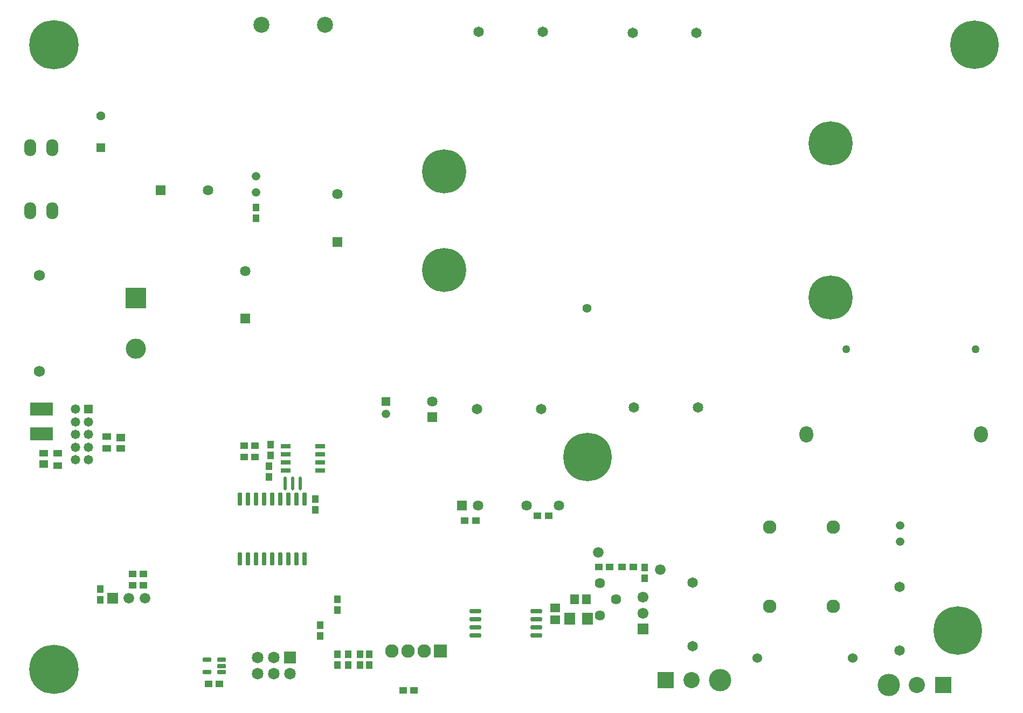
<source format=gbr>
%TF.GenerationSoftware,Altium Limited,Altium Designer,20.0.13 (296)*%
G04 Layer_Color=16711935*
%FSLAX26Y26*%
%MOIN*%
%TF.FileFunction,Soldermask,Bot*%
%TF.Part,Single*%
G01*
G75*
%TA.AperFunction,ComponentPad*%
%ADD54C,0.050000*%
%ADD57C,0.125000*%
%ADD77C,0.300000*%
%TA.AperFunction,SMDPad,CuDef*%
G04:AMPARAMS|DCode=110|XSize=70.402mil|YSize=28.5mil|CornerRadius=8.375mil|HoleSize=0mil|Usage=FLASHONLY|Rotation=0.000|XOffset=0mil|YOffset=0mil|HoleType=Round|Shape=RoundedRectangle|*
%AMROUNDEDRECTD110*
21,1,0.070402,0.011750,0,0,0.0*
21,1,0.053652,0.028500,0,0,0.0*
1,1,0.016750,0.026826,-0.005875*
1,1,0.016750,-0.026826,-0.005875*
1,1,0.016750,-0.026826,0.005875*
1,1,0.016750,0.026826,0.005875*
%
%ADD110ROUNDEDRECTD110*%
G04:AMPARAMS|DCode=111|XSize=28.622mil|YSize=79.803mil|CornerRadius=8.406mil|HoleSize=0mil|Usage=FLASHONLY|Rotation=180.000|XOffset=0mil|YOffset=0mil|HoleType=Round|Shape=RoundedRectangle|*
%AMROUNDEDRECTD111*
21,1,0.028622,0.062992,0,0,180.0*
21,1,0.011811,0.079803,0,0,180.0*
1,1,0.016811,-0.005906,0.031496*
1,1,0.016811,0.005906,0.031496*
1,1,0.016811,0.005906,-0.031496*
1,1,0.016811,-0.005906,-0.031496*
%
%ADD111ROUNDEDRECTD111*%
G04:AMPARAMS|DCode=112|XSize=20.748mil|YSize=83.74mil|CornerRadius=6.437mil|HoleSize=0mil|Usage=FLASHONLY|Rotation=180.000|XOffset=0mil|YOffset=0mil|HoleType=Round|Shape=RoundedRectangle|*
%AMROUNDEDRECTD112*
21,1,0.020748,0.070866,0,0,180.0*
21,1,0.007874,0.083740,0,0,180.0*
1,1,0.012874,-0.003937,0.035433*
1,1,0.012874,0.003937,0.035433*
1,1,0.012874,0.003937,-0.035433*
1,1,0.012874,-0.003937,-0.035433*
%
%ADD112ROUNDEDRECTD112*%
G04:AMPARAMS|DCode=113|XSize=28.622mil|YSize=52.244mil|CornerRadius=8.406mil|HoleSize=0mil|Usage=FLASHONLY|Rotation=90.000|XOffset=0mil|YOffset=0mil|HoleType=Round|Shape=RoundedRectangle|*
%AMROUNDEDRECTD113*
21,1,0.028622,0.035433,0,0,90.0*
21,1,0.011811,0.052244,0,0,90.0*
1,1,0.016811,0.017717,0.005906*
1,1,0.016811,0.017717,-0.005906*
1,1,0.016811,-0.017717,-0.005906*
1,1,0.016811,-0.017717,0.005906*
%
%ADD113ROUNDEDRECTD113*%
%ADD114R,0.048000X0.044000*%
%ADD115R,0.044000X0.048000*%
%ADD116R,0.067992X0.075866*%
%ADD117R,0.138858X0.079803*%
%ADD118R,0.048307X0.044370*%
%ADD119R,0.044370X0.048307*%
%ADD120R,0.064055X0.056181*%
%ADD121R,0.056181X0.064055*%
%ADD122R,0.056181X0.048307*%
%ADD123R,0.056181X0.040433*%
G04:AMPARAMS|DCode=124|XSize=28.622mil|YSize=62.087mil|CornerRadius=4.508mil|HoleSize=0mil|Usage=FLASHONLY|Rotation=90.000|XOffset=0mil|YOffset=0mil|HoleType=Round|Shape=RoundedRectangle|*
%AMROUNDEDRECTD124*
21,1,0.028622,0.053071,0,0,90.0*
21,1,0.019606,0.062087,0,0,90.0*
1,1,0.009016,0.026535,0.009803*
1,1,0.009016,0.026535,-0.009803*
1,1,0.009016,-0.026535,-0.009803*
1,1,0.009016,-0.026535,0.009803*
%
%ADD124ROUNDEDRECTD124*%
%TA.AperFunction,ComponentPad*%
%ADD125O,0.075000X0.105000*%
%ADD126C,0.063661*%
%ADD127R,0.071929X0.071929*%
%ADD128C,0.071929*%
%ADD129C,0.055000*%
%ADD130C,0.272716*%
%ADD131C,0.066024*%
%ADD132C,0.138000*%
%ADD133C,0.100000*%
%ADD134R,0.100000X0.100000*%
%ADD135R,0.125000X0.125000*%
%ADD136C,0.068000*%
%ADD137C,0.083740*%
%ADD138R,0.083740X0.083740*%
%ADD139R,0.066024X0.066024*%
%ADD140C,0.058150*%
%ADD141R,0.058150X0.058150*%
%ADD142C,0.052244*%
%ADD143C,0.064370*%
%ADD144R,0.064370X0.064370*%
%ADD145C,0.064055*%
%ADD146R,0.064055X0.064055*%
%ADD147R,0.056181X0.056181*%
%ADD148C,0.056181*%
%ADD149C,0.305000*%
%ADD150R,0.052244X0.052244*%
%ADD151R,0.067598X0.067598*%
%ADD152C,0.067598*%
%ADD153C,0.060118*%
%ADD154O,0.085000X0.100000*%
%ADD155C,0.065000*%
%ADD156R,0.064370X0.064370*%
%ADD157C,0.099488*%
%ADD158R,0.064055X0.064055*%
D54*
X5145000Y2200000D02*
D03*
X5945394D02*
D03*
D57*
X753000Y2204595D02*
D03*
D77*
X3545000Y1535000D02*
D03*
X5835000Y460000D02*
D03*
X5940000Y4085000D02*
D03*
D110*
X3228189Y430000D02*
D03*
Y480000D02*
D03*
Y530000D02*
D03*
Y580000D02*
D03*
X2851811D02*
D03*
Y530000D02*
D03*
Y480000D02*
D03*
Y430000D02*
D03*
D111*
X1395000Y1275039D02*
D03*
X1445000D02*
D03*
X1495000D02*
D03*
X1545000D02*
D03*
X1595000D02*
D03*
X1645000D02*
D03*
X1695000D02*
D03*
X1745000D02*
D03*
X1795000D02*
D03*
X1395000Y904961D02*
D03*
X1445000D02*
D03*
X1495000D02*
D03*
X1545000D02*
D03*
X1595000D02*
D03*
X1645000D02*
D03*
X1695000D02*
D03*
X1745000D02*
D03*
X1795000D02*
D03*
D112*
X1769433Y1370000D02*
D03*
X1722189D02*
D03*
X1674945D02*
D03*
D113*
X1280866Y279803D02*
D03*
Y242401D02*
D03*
Y205000D02*
D03*
X1190315D02*
D03*
Y279803D02*
D03*
D114*
X3760032Y853000D02*
D03*
X3826961D02*
D03*
X1269055Y132401D02*
D03*
X1202126D02*
D03*
X1420906Y1535000D02*
D03*
X1487835D02*
D03*
X1420906Y1605000D02*
D03*
X1487835D02*
D03*
X3615535Y853000D02*
D03*
X3682465D02*
D03*
D115*
X2065000Y314094D02*
D03*
Y247165D02*
D03*
X2000000Y313464D02*
D03*
Y246535D02*
D03*
X1892677Y427411D02*
D03*
Y494340D02*
D03*
X2138740Y246536D02*
D03*
Y313465D02*
D03*
X2195630Y246536D02*
D03*
Y313465D02*
D03*
X3900000Y852000D02*
D03*
Y785071D02*
D03*
X1495000Y3011535D02*
D03*
Y3078465D02*
D03*
D116*
X3545118Y535130D02*
D03*
X3434882D02*
D03*
D117*
X170000Y1831772D02*
D03*
Y1678228D02*
D03*
D118*
X798465Y740000D02*
D03*
X731535D02*
D03*
X798465Y810000D02*
D03*
X731535D02*
D03*
X2406083Y90000D02*
D03*
X2473012D02*
D03*
X2786535Y1140000D02*
D03*
X2853465D02*
D03*
X3303465Y1170000D02*
D03*
X3236535D02*
D03*
D119*
X531000Y650535D02*
D03*
Y717465D02*
D03*
X1863110Y1206142D02*
D03*
Y1273071D02*
D03*
X2000000Y653465D02*
D03*
Y586535D02*
D03*
X1574370Y1476654D02*
D03*
Y1409725D02*
D03*
X1584370Y1610532D02*
D03*
Y1543602D02*
D03*
D120*
X3345000Y527598D02*
D03*
Y602402D02*
D03*
D121*
X3539401Y653425D02*
D03*
X3464598D02*
D03*
D122*
X658307Y1654528D02*
D03*
X181693Y1490472D02*
D03*
D123*
X658307Y1587598D02*
D03*
X571693Y1662402D02*
D03*
Y1587598D02*
D03*
X268307Y1482598D02*
D03*
Y1557402D02*
D03*
X181693D02*
D03*
D124*
X1891653Y1600000D02*
D03*
Y1550000D02*
D03*
Y1500000D02*
D03*
Y1450000D02*
D03*
X1677087Y1600000D02*
D03*
Y1500000D02*
D03*
Y1550000D02*
D03*
Y1450000D02*
D03*
D125*
X100000Y3058561D02*
D03*
Y3449112D02*
D03*
X233858Y3058561D02*
D03*
Y3449112D02*
D03*
D126*
X3622000Y755000D02*
D03*
X3722000Y655000D02*
D03*
X3622000Y555000D02*
D03*
D127*
X1705000Y295000D02*
D03*
D128*
Y195000D02*
D03*
X1605000Y295000D02*
D03*
Y195000D02*
D03*
X1505000Y295000D02*
D03*
Y195000D02*
D03*
D129*
X3542209Y2452601D02*
D03*
D130*
X5050000Y2520000D02*
D03*
Y3475000D02*
D03*
X2660000Y3300000D02*
D03*
Y2690000D02*
D03*
D131*
X3613000Y945000D02*
D03*
X3995000Y838000D02*
D03*
X808032Y661417D02*
D03*
X708032D02*
D03*
D132*
X4365004Y155000D02*
D03*
X5407004Y125000D02*
D03*
D133*
X4190000Y155000D02*
D03*
X5582008Y125000D02*
D03*
D134*
X4027008Y155000D02*
D03*
X5745000Y125000D02*
D03*
D135*
X753000Y2516405D02*
D03*
D136*
X155000Y2065000D02*
D03*
Y2656000D02*
D03*
D137*
X2335630Y335000D02*
D03*
X2535630D02*
D03*
X2435630D02*
D03*
X5065000Y1102126D02*
D03*
Y610000D02*
D03*
X4671299Y1102126D02*
D03*
Y610000D02*
D03*
D138*
X2635630Y335000D02*
D03*
D139*
X608032Y661417D02*
D03*
D140*
X458740Y1752480D02*
D03*
Y1673740D02*
D03*
X380000Y1752480D02*
D03*
Y1831220D02*
D03*
Y1673740D02*
D03*
X458740Y1516260D02*
D03*
Y1595000D02*
D03*
X380000Y1516260D02*
D03*
Y1595000D02*
D03*
D141*
X458740Y1831220D02*
D03*
D142*
X1495000Y3170000D02*
D03*
Y3270000D02*
D03*
X2300000Y1800000D02*
D03*
X5480000Y1110000D02*
D03*
Y1010000D02*
D03*
D143*
X3370000Y1233150D02*
D03*
X2870000D02*
D03*
X3170000D02*
D03*
X2585669Y1879213D02*
D03*
D144*
X2770000Y1233150D02*
D03*
D145*
X2000000Y3160276D02*
D03*
X1430000Y2685276D02*
D03*
X1200000Y3185000D02*
D03*
D146*
X2000000Y2865000D02*
D03*
X1430000Y2390000D02*
D03*
D147*
X535000Y3448150D02*
D03*
D148*
Y3645000D02*
D03*
D149*
X245000Y220000D02*
D03*
Y4085000D02*
D03*
D150*
X2300000Y1878740D02*
D03*
D151*
X3887000Y470575D02*
D03*
D152*
Y667425D02*
D03*
Y569000D02*
D03*
D153*
X4594449Y290000D02*
D03*
X5185000D02*
D03*
D154*
X5980000Y1675000D02*
D03*
X4897323D02*
D03*
D155*
X3256850Y1830000D02*
D03*
X2863150D02*
D03*
X4195793Y363150D02*
D03*
Y756850D02*
D03*
X4220000Y4157500D02*
D03*
X3826299D02*
D03*
X3266850Y4165000D02*
D03*
X2873150D02*
D03*
X5475000Y731850D02*
D03*
Y338150D02*
D03*
X4226850Y1840000D02*
D03*
X3833150D02*
D03*
D156*
X2585669Y1780787D02*
D03*
D157*
X1921701Y4208000D02*
D03*
X1528000D02*
D03*
D158*
X904724Y3185000D02*
D03*
%TF.MD5,0be63ff440acdacb1f059f9add10ca80*%
M02*

</source>
